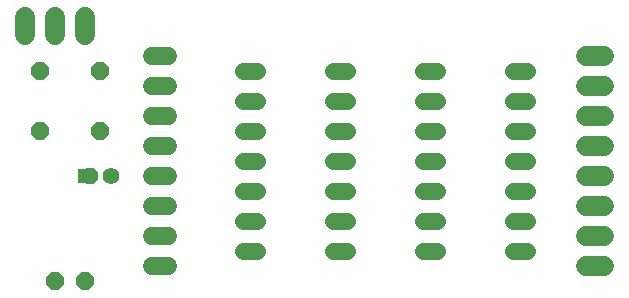
<source format=gbs>
G75*
G70*
%OFA0B0*%
%FSLAX24Y24*%
%IPPOS*%
%LPD*%
%AMOC8*
5,1,8,0,0,1.08239X$1,22.5*
%
%ADD10C,0.0600*%
%ADD11C,0.0680*%
%ADD12C,0.0556*%
%ADD13OC8,0.0600*%
%ADD14OC8,0.0560*%
%ADD15C,0.0560*%
%ADD16R,0.0476X0.0476*%
D10*
X006049Y002102D02*
X006569Y002102D01*
X006569Y003102D02*
X006049Y003102D01*
X006049Y004102D02*
X006569Y004102D01*
X006569Y005102D02*
X006049Y005102D01*
X006049Y006102D02*
X006569Y006102D01*
X006569Y007102D02*
X006049Y007102D01*
X006049Y008102D02*
X006569Y008102D01*
X006569Y009102D02*
X006049Y009102D01*
D11*
X003809Y009802D02*
X003809Y010402D01*
X002809Y010402D02*
X002809Y009802D01*
X001809Y009802D02*
X001809Y010402D01*
X020509Y009102D02*
X021109Y009102D01*
X021109Y008102D02*
X020509Y008102D01*
X020509Y007102D02*
X021109Y007102D01*
X021109Y006102D02*
X020509Y006102D01*
X020509Y005102D02*
X021109Y005102D01*
X021109Y004102D02*
X020509Y004102D01*
X020509Y003102D02*
X021109Y003102D01*
X021109Y002102D02*
X020509Y002102D01*
D12*
X018546Y002602D02*
X018071Y002602D01*
X018071Y003602D02*
X018546Y003602D01*
X018546Y004602D02*
X018071Y004602D01*
X018071Y005602D02*
X018546Y005602D01*
X018546Y006602D02*
X018071Y006602D01*
X018071Y007602D02*
X018546Y007602D01*
X018546Y008602D02*
X018071Y008602D01*
X015546Y008602D02*
X015071Y008602D01*
X015071Y007602D02*
X015546Y007602D01*
X015546Y006602D02*
X015071Y006602D01*
X015071Y005602D02*
X015546Y005602D01*
X015546Y004602D02*
X015071Y004602D01*
X015071Y003602D02*
X015546Y003602D01*
X015546Y002602D02*
X015071Y002602D01*
X012546Y002602D02*
X012071Y002602D01*
X012071Y003602D02*
X012546Y003602D01*
X012546Y004602D02*
X012071Y004602D01*
X012071Y005602D02*
X012546Y005602D01*
X012546Y006602D02*
X012071Y006602D01*
X012071Y007602D02*
X012546Y007602D01*
X012546Y008602D02*
X012071Y008602D01*
X009546Y008602D02*
X009071Y008602D01*
X009071Y007602D02*
X009546Y007602D01*
X009546Y006602D02*
X009071Y006602D01*
X009071Y005602D02*
X009546Y005602D01*
X009546Y004602D02*
X009071Y004602D01*
X009071Y003602D02*
X009546Y003602D01*
X009546Y002602D02*
X009071Y002602D01*
D13*
X002809Y001602D03*
X003809Y001602D03*
X004309Y006602D03*
X002309Y006602D03*
X002309Y008602D03*
X004309Y008602D03*
D14*
X003959Y005102D03*
D15*
X004659Y005102D03*
D16*
X003809Y005102D03*
M02*

</source>
